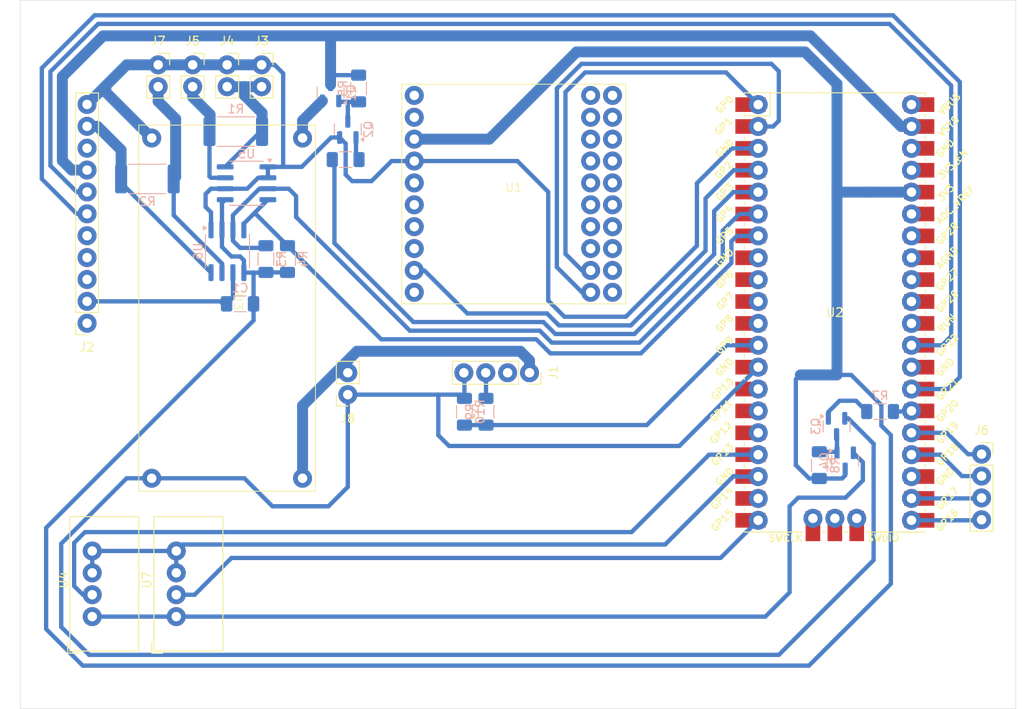
<source format=kicad_pcb>
(kicad_pcb (version 20240108) (generator "pcbnew") (generator_version "8.0")
  (layers (0 "F.Cu" signal) (31 "B.Cu" signal) (34 "B.Paste" user) (35 "F.Paste" user) (36 "B.SilkS" user "B.Silkscreen") (37 "F.SilkS" user "F.Silkscreen") (38 "B.Mask" user) (39 "F.Mask" user) (44 "Edge.Cuts" user))
  (net 0 "")
  (net 3 "Net-(Q3-C)")
  (net 5 "Net-(Q3-B)")
  (net 44 "+3V3")
  (net 45 "+5V")
  (net 46 "/GPS_TX")
  (net 47 "Net-(J1-TX)")
  (net 48 "/CHARGER_PGOOD")
  (net 49 "+BATT")
  (net 50 "/CHARGER_CHG")
  (net 51 "/CHARGER_LIPO")
  (net 52 "/SOLAR_V+")
  (net 53 "/CHARGER_V+")
  (net 54 "/RPI_MOSI")
  (net 55 "/RPI_SCK")
  (net 56 "/RPI_MISO")
  (net 57 "GND")
  (net 58 "/RPI_CS")
  (net 59 "/BATTERY+")
  (net 60 "+3V3_SENSOR")
  (net 61 "/NB-IOT_TX")
  (net 62 "/NB-IOT_RST")
  (net 63 "/NB-IOT_RX")
  (net 64 "Net-(Q1-S)")
  (net 65 "Net-(Q1-G)")
  (net 66 "Net-(Q2-B)")
  (net 67 "/SDA")
  (net 68 "/5V_CONTROL")
  (net 69 "/SCL")
  (net 70 "/DHT_1")
  (net 71 "/DHT_2")
  (net 72 "/3V3_SENSOR_CONTROL")
  (footprint "Sensor:ASAIR_AM2302_P2.54mm_Vertical" (layer "F.Cu") (at -107.15 -10.69 90)
    (property "Reference" "U4")
    (property "Value" "DHT22")
  )
  (footprint "Connector_PinSocket_2.54mm:PinSocket_1x02_P2.54mm_Vertical" (layer "F.Cu") (at -87.5 -74.75)
    (property "Reference" "J3")
    (property "Value" "Solar_panel")
  )
  (footprint "Connector_PinSocket_2.54mm:PinSocket_1x11_P2.54mm_Vertical" (layer "F.Cu") (at -107.75 -44.75 180)
    (property "Reference" "J2")
    (property "Value" "Adafruit Charge Controller")
  )
  (footprint "MCU_RaspberryPi_and_Boards:RPi_Pico_SMD_TH" (layer "F.Cu") (at -21 -46)
    (property "Reference" "U2")
    (property "Value" "Pico")
  )
  (footprint "Connector_PinSocket_2.54mm:PinSocket_1x02_P2.54mm_Vertical" (layer "F.Cu") (at -99.5 -74.75)
    (property "Reference" "J7")
    (property "Value" "Battery")
  )
  (footprint "Connector_PinSocket_2.54mm:PinSocket_1x02_P2.54mm_Vertical" (layer "F.Cu") (at -91.5 -74.75)
    (property "Reference" "J4")
    (property "Value" "Solar_panel")
  )
  (footprint "Connector_PinSocket_2.54mm:PinSocket_1x02_P2.54mm_Vertical" (layer "F.Cu") (at -77.5 -36.46 180)
    (property "Reference" "J8")
    (property "Value" "RPi power")
  )
  (footprint "Connector_PinSocket_2.54mm:PinSocket_1x02_P2.54mm_Vertical" (layer "F.Cu") (at -95.5 -74.75)
    (property "Reference" "J5")
    (property "Value" "Solar_charger")
  )
  (footprint "Custom_Components:NB-IOT-BC660" (layer "F.Cu") (at -58.25 -60)
    (property "Reference" "U1")
    (property "Value" "NB-IOT-BC660")
  )
  (footprint "Connector_PinSocket_2.54mm:PinSocket_1x04_P2.54mm_Vertical" (layer "F.Cu") (at -56.42 -39 -90)
    (property "Reference" "J1")
    (property "Value" "GY-GPS6MV2" (hide yes))
  )
  (footprint "Connector_PinSocket_2.54mm:PinSocket_1x04_P2.54mm_Vertical" (layer "F.Cu") (at -3.975 -29.55)
    (property "Reference" "J6")
    (property "Value" "Raspberry Pi")
  )
  (footprint "Sensor:ASAIR_AM2302_P2.54mm_Vertical" (layer "F.Cu") (at -97.4 -10.69 90)
    (property "Reference" "U7")
    (property "Value" "DHT22")
  )
  (footprint "Custom_Components:XL6009_DC-DC" (layer "F.Cu") (at -90.75 -47.25 -90)
    (property "Reference" "U3")
    (property "Value" "XL6009_DC-DC")
  )
  (footprint "Resistor_SMD:R_1206_3216Metric_Pad1.30x1.75mm_HandSolder" (layer "B.Cu") (at -61.47 -34.475 -90)
    (property "Reference" "R9")
    (property "Value" "5k1")
  )
  (footprint "Package_TO_SOT_SMD:SOT-23" (layer "B.Cu") (at -19.8 -28.775 -90)
    (property "Reference" "Q4")
    (property "Value" "Si2319CDS")
  )
  (footprint "Package_TO_SOT_SMD:SOT-23" (layer "B.Cu") (at -79.5 -71.5 90)
    (property "Reference" "Q1")
    (property "Value" "Si2319CDS")
  )
  (footprint "Resistor_SMD:R_2512_6332Metric_Pad1.40x3.35mm_HandSolder" (layer "B.Cu") (at -90.5 -67 180)
    (property "Reference" "R1")
    (property "Value" "100m")
  )
  (footprint "Capacitor_SMD:C_1206_3216Metric_Pad1.33x1.80mm_HandSolder" (layer "B.Cu") (at -90 -47 180)
    (property "Reference" "C1")
    (property "Value" "100nF")
  )
  (footprint "Resistor_SMD:R_1206_3216Metric_Pad1.30x1.75mm_HandSolder" (layer "B.Cu") (at -15.75 -34.5 180)
    (property "Reference" "R7")
    (property "Value" "1k")
  )
  (footprint "Package_TO_SOT_SMD:SOT-23" (layer "B.Cu") (at -77.5 -67.25 90)
    (property "Reference" "Q2")
    (property "Value" "MMBT2222A")
  )
  (footprint "Resistor_SMD:R_1206_3216Metric_Pad1.30x1.75mm_HandSolder" (layer "B.Cu") (at -87 -52.2 90)
    (property "Reference" "R3")
    (property "Value" "10k")
  )
  (footprint "Resistor_SMD:R_1206_3216Metric_Pad1.30x1.75mm_HandSolder" (layer "B.Cu") (at -63.97 -34.475 90)
    (property "Reference" "R10")
    (property "Value" "10k")
  )
  (footprint "Resistor_SMD:R_1206_3216Metric_Pad1.30x1.75mm_HandSolder" (layer "B.Cu") (at -22.8 -28.275 90)
    (property "Reference" "R8")
    (property "Value" "10k")
  )
  (footprint "Resistor_SMD:R_2512_6332Metric_Pad1.40x3.35mm_HandSolder" (layer "B.Cu") (at -100.75 -61.5)
    (property "Reference" "R2")
    (property "Value" "100m")
  )
  (footprint "Resistor_SMD:R_1206_3216Metric_Pad1.30x1.75mm_HandSolder" (layer "B.Cu") (at -77.75 -63.75)
    (property "Reference" "R6" (hide yes))
    (property "Value" "1k")
  )
  (footprint "Package_TO_SOT_SMD:SOT-23" (layer "B.Cu") (at -20.8 -32.775 -90)
    (property "Reference" "Q3")
    (property "Value" "MMBT2222A")
  )
  (footprint "Package_SO:SOIC-8_3.9x4.9mm_P1.27mm" (layer "B.Cu") (at -91.465 -53.1 -90)
    (property "Reference" "U6")
    (property "Value" "INA219AxD")
  )
  (footprint "Resistor_SMD:R_1206_3216Metric_Pad1.30x1.75mm_HandSolder" (layer "B.Cu") (at -84.5 -52.2 90)
    (property "Reference" "R4")
    (property "Value" "10k")
  )
  (footprint "Resistor_SMD:R_1206_3216Metric_Pad1.30x1.75mm_HandSolder" (layer "B.Cu") (at -76.25 -72 -90)
    (property "Reference" "R5")
    (property "Value" "10k")
  )
  (footprint "Package_SO:SOIC-8_3.9x4.9mm_P1.27mm" (layer "B.Cu") (at -89.25 -61 180)
    (property "Reference" "U5")
    (property "Value" "INA219AxD")
  )
  (gr_rect (start -115.5 -82.25) (end 0 0) (stroke (width 0.05)) (fill none) (layer "Edge.Cuts"))
  (segment (start -22.8 -29.825) (end -20.8625 -29.825) (width 0.5) (layer "B.Cu") (net 3))
  (segment (start -20.8625 -29.825) (end -20.75 -29.7125) (width 0.5) (layer "B.Cu") (net 3))
  (segment (start -20.75 -29.7125) (end -20.75 -31.7875) (width 0.5) (layer "B.Cu") (net 3))
  (segment (start -20.75 -31.7875) (end -20.8 -31.8375) (width 0.5) (layer "B.Cu") (net 3))
  (segment (start -20.449999 -35.75) (end -21.75 -34.449999) (width 0.5) (layer "B.Cu") (net 5))
  (segment (start -17.3 -34.5) (end -18.55 -35.75) (width 0.5) (layer "B.Cu") (net 5))
  (segment (start -21.75 -34.449999) (end -21.75 -33.7125) (width 0.5) (layer "B.Cu") (net 5))
  (segment (start -18.55 -35.75) (end -20.449999 -35.75) (width 0.5) (layer "B.Cu") (net 5))
  (segment (start -88.4375 -45.0625) (end -88.4375 -47) (width 0.5) (layer "B.Cu") (net 44))
  (segment (start -19.8 -27.8375) (end -19.8 -27.0875) (width 0.5) (layer "B.Cu") (net 44))
  (segment (start -89.56 -50.625) (end -88.5 -50.625) (width 0.5) (layer "B.Cu") (net 44))
  (segment (start -90 -52.5) (end -89.56 -52.06) (width 0.5) (layer "B.Cu") (net 44))
  (segment (start -20.75 -72.524761) (end -20.75 -59.97) (width 1.27) (layer "B.Cu") (net 44))
  (segment (start -22.8 -26.725) (end -23.975 -26.725) (width 0.5) (layer "B.Cu") (net 44))
  (segment (start -92.1 -58.72) (end -91.725 -59.095) (width 0.5) (layer "B.Cu") (net 44))
  (segment (start -20.75 -38.75) (end -20.75 -59.97) (width 1.27) (layer "B.Cu") (net 44))
  (segment (start -87.025 -50.625) (end -87 -50.65) (width 0.5) (layer "B.Cu") (net 44))
  (segment (start -19.103858 -38.75) (end -15.6 -35.246142) (width 0.5) (layer "B.Cu") (net 44))
  (segment (start -19.8 -27.0875) (end -20.1625 -26.725) (width 0.5) (layer "B.Cu") (net 44))
  (segment (start -20.1625 -26.725) (end -22.8 -26.725) (width 0.5) (layer "B.Cu") (net 44))
  (segment (start -89.56 -52.06) (end -89.56 -50.625) (width 0.5) (layer "B.Cu") (net 44))
  (segment (start -23.975 -26.725) (end -25.525 -28.275) (width 0.5) (layer "B.Cu") (net 44))
  (segment (start -108.25 -5) (end -112.5 -9.25) (width 0.5) (layer "B.Cu") (net 44))
  (segment (start -20.75 -59.97) (end -16.75 -59.97) (width 1.27) (layer "B.Cu") (net 44))
  (segment (start -14.5 -31.75) (end -14.5 -14.5) (width 0.5) (layer "B.Cu") (net 44))
  (segment (start -91 -52.5) (end -90 -52.5) (width 0.5) (layer "B.Cu") (net 44))
  (segment (start -92.1 -55.575) (end -92.1 -53.6) (width 0.5) (layer "B.Cu") (net 44))
  (segment (start -25.525 -38.225) (end -25 -38.75) (width 0.5) (layer "B.Cu") (net 44))
  (segment (start -88.4375 -47) (end -88.4375 -50.5625) (width 0.5) (layer "B.Cu") (net 44))
  (segment (start -88.4375 -50.5625) (end -88.5 -50.625) (width 0.5) (layer "B.Cu") (net 44))
  (segment (start -25.525 -28.275) (end -25.525 -38.225) (width 0.5) (layer "B.Cu") (net 44))
  (segment (start -15.6 -35.246142) (end -15.6 -32.85) (width 0.5) (layer "B.Cu") (net 44))
  (segment (start -15.6 -32.85) (end -14.5 -31.75) (width 0.5) (layer "B.Cu") (net 44))
  (segment (start -92.1 -55.575) (end -92.1 -58.72) (width 0.5) (layer "B.Cu") (net 44))
  (segment (start -20.75 -38.75) (end -25 -38.75) (width 1.27) (layer "B.Cu") (net 44))
  (segment (start -16.75 -59.97) (end -12.11 -59.97) (width 1.27) (layer "B.Cu") (net 44))
  (segment (start -24 -5) (end -108.25 -5) (width 0.5) (layer "B.Cu") (net 44))
  (segment (start -61.088686 -66.12) (end -50.958686 -76.25) (width 1.27) (layer "B.Cu") (net 44))
  (segment (start -24.475239 -76.25) (end -20.75 -72.524761) (width 1.27) (layer "B.Cu") (net 44))
  (segment (start -20.75 -38.75) (end -19.103858 -38.75) (width 0.5) (layer "B.Cu") (net 44))
  (segment (start -88.5 -50.625) (end -87.025 -50.625) (width 0.5) (layer "B.Cu") (net 44))
  (segment (start -87 -50.65) (end -84.5 -50.65) (width 0.5) (layer "B.Cu") (net 44))
  (segment (start -112.5 -9.25) (end -112.5 -21) (width 0.5) (layer "B.Cu") (net 44))
  (segment (start -14.5 -14.5) (end -24 -5) (width 0.5) (layer "B.Cu") (net 44))
  (segment (start -92.1 -53.6) (end -91 -52.5) (width 0.5) (layer "B.Cu") (net 44))
  (segment (start -69.79 -66.12) (end -61.088686 -66.12) (width 1.27) (layer "B.Cu") (net 44))
  (segment (start -50.958686 -76.25) (end -24.475239 -76.25) (width 1.27) (layer "B.Cu") (net 44))
  (segment (start -112.5 -21) (end -88.4375 -45.0625) (width 0.5) (layer "B.Cu") (net 44))
  (segment (start -82.75 -26.75) (end -82.75 -35.18) (width 1.27) (layer "B.Cu") (net 45))
  (segment (start -82.75 -35.18) (end -78.93 -39) (width 1.27) (layer "B.Cu") (net 45))
  (segment (start -78.93 -39) (end -76.43 -41.5) (width 1.27) (layer "B.Cu") (net 45))
  (segment (start -56.42 -40.42) (end -56.42 -39) (width 1.27) (layer "B.Cu") (net 45))
  (segment (start -76.43 -41.5) (end -57.5 -41.5) (width 1.27) (layer "B.Cu") (net 45))
  (segment (start -57.5 -41.5) (end -56.42 -40.42) (width 1.27) (layer "B.Cu") (net 45))
  (segment (start -78.93 -39) (end -77.5 -39) (width 1.27) (layer "B.Cu") (net 45))
  (segment (start -62.72 -32.925) (end -63.97 -32.925) (width 0.5) (layer "B.Cu") (net 46))
  (segment (start -61.47 -32.925) (end -62.72 -32.925) (width 0.5) (layer "B.Cu") (net 46))
  (segment (start -61.47 -32.925) (end -42.825 -32.925) (width 0.5) (layer "B.Cu") (net 46))
  (segment (start -42.825 -32.925) (end -33.56 -42.19) (width 0.5) (layer "B.Cu") (net 46))
  (segment (start -33.56 -42.19) (end -29.89 -42.19) (width 0.5) (layer "B.Cu") (net 46))
  (segment (start -61.47 -38.97) (end -61.5 -39) (width 0.5) (layer "B.Cu") (net 47))
  (segment (start -61.5 -36.055) (end -61.47 -36.025) (width 0.5) (layer "B.Cu") (net 47))
  (segment (start -61.47 -36.025) (end -61.47 -38.97) (width 0.5) (layer "B.Cu") (net 47))
  (segment (start -108.952081 -57.45) (end -113 -61.497919) (width 0.5) (layer "B.Cu") (net 48))
  (segment (start -113.000001 -74.372899) (end -106.8729 -80.5) (width 0.5) (layer "B.Cu") (net 48))
  (segment (start -107.75 -57.45) (end -108.952081 -57.45) (width 0.5) (layer "B.Cu") (net 48))
  (segment (start -106.8729 -80.5) (end -14.25 -80.5) (width 0.5) (layer "B.Cu") (net 48))
  (segment (start -113 -61.497919) (end -113.000001 -73.544473) (width 0.5) (layer "B.Cu") (net 48))
  (segment (start -14.25 -80.5) (end -6.5 -72.75) (width 0.5) (layer "B.Cu") (net 48))
  (segment (start -7.89 -37.11) (end -12.11 -37.11) (width 0.5) (layer "B.Cu") (net 48))
  (segment (start -6.5 -38.5) (end -7.89 -37.11) (width 0.5) (layer "B.Cu") (net 48))
  (segment (start -6.5 -72.75) (end -6.5 -38.5) (width 0.5) (layer "B.Cu") (net 48))
  (segment (start -113.000001 -73.544473) (end -113.000001 -74.372899) (width 0.5) (layer "B.Cu") (net 48))
  (segment (start -23.837081 -78.115) (end -79.5 -78.115) (width 1.27) (layer "B.Cu") (net 49))
  (segment (start -109.53 -62.53) (end -107.75 -62.53) (width 1.27) (layer "B.Cu") (net 49))
  (segment (start -110.615 -73.385) (end -110.615 -63.615) (width 1.27) (layer "B.Cu") (net 49))
  (segment (start -76.25 -73.55) (end -79.45 -73.55) (width 0.5) (layer "B.Cu") (net 49))
  (segment (start -79.5 -73.5) (end -79.5 -78.115) (width 1.27) (layer "B.Cu") (net 49))
  (segment (start -105.885 -78.115) (end -110.615 -73.385) (width 1.27) (layer "B.Cu") (net 49))
  (segment (start -12.11 -67.59) (end -13.312081 -67.59) (width 1.27) (layer "B.Cu") (net 49))
  (segment (start -110.615 -63.615) (end -109.53 -62.53) (width 1.27) (layer "B.Cu") (net 49))
  (segment (start -79.45 -73.55) (end -79.5 -73.5) (width 0.5) (layer "B.Cu") (net 49))
  (segment (start -13.312081 -67.59) (end -23.837081 -78.115) (width 1.27) (layer "B.Cu") (net 49))
  (segment (start -79.5 -78.115) (end -105.885 -78.115) (width 1.27) (layer "B.Cu") (net 49))
  (segment (start -79.5 -73.5) (end -79.5 -72.4375) (width 1.27) (layer "B.Cu") (net 49))
  (segment (start -112 -73.958686) (end -106.458686 -79.5) (width 0.5) (layer "B.Cu") (net 50))
  (segment (start -7.5 -72.335786) (end -7.5 -43.25) (width 0.5) (layer "B.Cu") (net 50))
  (segment (start -107.75 -59.99) (end -108.952081 -59.99) (width 0.5) (layer "B.Cu") (net 50))
  (segment (start -14.664214 -79.5) (end -7.5 -72.335786) (width 0.5) (layer "B.Cu") (net 50))
  (segment (start -8.56 -42.19) (end -12.11 -42.19) (width 0.5) (layer "B.Cu") (net 50))
  (segment (start -107.75 -59.99) (end -107.74 -59.99) (width 0.5) (layer "B.Cu") (net 50))
  (segment (start -7.5 -43.25) (end -8.56 -42.19) (width 0.5) (layer "B.Cu") (net 50))
  (segment (start -112 -63.037919) (end -112 -73.958686) (width 0.5) (layer "B.Cu") (net 50))
  (segment (start -106.458686 -79.5) (end -14.664214 -79.5) (width 0.5) (layer "B.Cu") (net 50))
  (segment (start -108.952081 -59.99) (end -112 -63.037919) (width 0.5) (layer "B.Cu") (net 50))
  (segment (start -103.8 -61.055) (end -103.8 -61.5) (width 0.5) (layer "B.Cu") (net 51))
  (segment (start -93.37 -50.625) (end -103.8 -61.055) (width 0.5) (layer "B.Cu") (net 51))
  (segment (start -106.547919 -67.61) (end -103.8 -64.862081) (width 1.27) (layer "B.Cu") (net 51))
  (segment (start -107.75 -67.61) (end -106.547919 -67.61) (width 1.27) (layer "B.Cu") (net 51))
  (segment (start -103.8 -64.862081) (end -103.8 -61.5) (width 1.27) (layer "B.Cu") (net 51))
  (segment (start -89.525 -71.25) (end -89.475 -71.2) (width 1.27) (layer "B.Cu") (net 52))
  (segment (start -87.45 -69.175) (end -87.45 -67) (width 1.27) (layer "B.Cu") (net 52))
  (segment (start -87.63 -67) (end -87.45 -67) (width 0.5) (layer "B.Cu") (net 52))
  (segment (start -89.525 -72.21) (end -89.525 -71.25) (width 1.27) (layer "B.Cu") (net 52))
  (segment (start -91.725 -62.905) (end -87.63 -67) (width 0.5) (layer "B.Cu") (net 52))
  (segment (start -87.5 -72.21) (end -89.525 -72.21) (width 1.27) (layer "B.Cu") (net 52))
  (segment (start -89.475 -71.2) (end -87.45 -69.175) (width 1.27) (layer "B.Cu") (net 52))
  (segment (start -89.525 -72.21) (end -91.5 -72.21) (width 1.27) (layer "B.Cu") (net 52))
  (segment (start -93.55 -61.8) (end -93.55 -67) (width 0.5) (layer "B.Cu") (net 53))
  (segment (start -93.385 -61.635) (end -93.55 -61.8) (width 0.5) (layer "B.Cu") (net 53))
  (segment (start -95.5 -72.21) (end -95.5 -71) (width 1.27) (layer "B.Cu") (net 53))
  (segment (start -91.725 -61.635) (end -93.385 -61.635) (width 0.5) (layer "B.Cu") (net 53))
  (segment (start -95.5 -71) (end -93.475 -68.975) (width 1.27) (layer "B.Cu") (net 53))
  (segment (start -93.475 -68.975) (end -93.475 -67.925) (width 1.27) (layer "B.Cu") (net 53))
  (segment (start -5.54 -29.54) (end -4.25 -29.54) (width 0.5) (layer "B.Cu") (net 54))
  (segment (start -12.11 -32.03) (end -8.03 -32.03) (width 0.5) (layer "B.Cu") (net 54))
  (segment (start -8.03 -32.03) (end -5.54 -29.54) (width 0.5) (layer "B.Cu") (net 54))
  (segment (start -6.25 -27) (end -4.25 -27) (width 0.5) (layer "B.Cu") (net 55))
  (segment (start -12.11 -29.49) (end -8.74 -29.49) (width 0.5) (layer "B.Cu") (net 55))
  (segment (start -8.74 -29.49) (end -6.25 -27) (width 0.5) (layer "B.Cu") (net 55))
  (segment (start -12.11 -21.87) (end -4.3 -21.87) (width 0.5) (layer "B.Cu") (net 56))
  (segment (start -4.3 -21.87) (end -4.25 -21.92) (width 0.5) (layer "B.Cu") (net 56))
  (segment (start -93.385 -60.365) (end -91.725 -60.365) (width 0.5) (layer "B.Cu") (net 57))
  (segment (start -87.901162 -61.635) (end -86.775 -61.635) (width 0.5) (layer "B.Cu") (net 57))
  (segment (start -67 -36.46) (end -64.405 -36.46) (width 0.5) (layer "B.Cu") (net 57))
  (segment (start -91.725 -60.365) (end -89.171162 -60.365) (width 0.5) (layer "B.Cu") (net 57))
  (segment (start -91.5625 -47) (end -92 -47) (width 0.5) (layer "B.Cu") (net 57))
  (segment (start -37 -61) (end -32.95 -65.05) (width 0.5) (layer "B.Cu") (net 57))
  (segment (start -40.69 -19.06) (end -32.75 -27) (width 0.5) (layer "B.Cu") (net 57))
  (segment (start -93.37 -57.62) (end -94 -58.25) (width 0.5) (layer "B.Cu") (net 57))
  (segment (start -64.405 -36.46) (end -63.97 -36.025) (width 0.5) (layer "B.Cu") (net 57))
  (segment (start -69.79 -63.58) (end -57.83 -63.58) (width 0.5) (layer "B.Cu") (net 57))
  (segment (start -87.5 -74.75) (end -91.5 -74.75) (width 1.27) (layer "B.Cu") (net 57))
  (segment (start -78.45 -66.3125) (end -77.75 -65.6125) (width 0.5) (layer "B.Cu") (net 57))
  (segment (start -96.65 -19.06) (end -40.69 -19.06) (width 0.5) (layer "B.Cu") (net 57))
  (segment (start -54.25 -60) (end -54.25 -47.375) (width 0.5) (layer "B.Cu") (net 57))
  (segment (start -92 -47) (end -92.29 -47.29) (width 0.5) (layer "B.Cu") (net 57))
  (segment (start -77 -61.25) (end -74.75 -61.25) (width 0.5) (layer "B.Cu") (net 57))
  (segment (start -90.83 -50.625) (end -90.83 -47.7325) (width 0.5) (layer "B.Cu") (net 57))
  (segment (start -85 -73.75) (end -86 -74.75) (width 0.5) (layer "B.Cu") (net 57))
  (segment (start -86.775 -62.905) (end -85.25 -62.905) (width 0.5) (layer "B.Cu") (net 57))
  (segment (start -105.575 -72.325) (end -107.75 -70.15) (width 1.27) (layer "B.Cu") (net 57))
  (segment (start -65.75 -30.5) (end -67 -31.75) (width 0.5) (layer "B.Cu") (net 57))
  (segment (start -32.45 -26.95) (end -29.89 -26.95) (width 0.5) (layer "B.Cu") (net 57))
  (segment (start -39.04 -30.5) (end -65.75 -30.5) (width 0.5) (layer "B.Cu") (net 57))
  (segment (start -37 -53.75) (end -37 -61) (width 0.5) (layer "B.Cu") (net 57))
  (segment (start -77.5 -25.75) (end -77.5 -36.46) (width 0.5) (layer "B.Cu") (net 57))
  (segment (start -45.25 -45.5) (end -37 -53.75) (width 0.5) (layer "B.Cu") (net 57))
  (segment (start -97.4 -15.77) (end -97.4 -18.31) (width 0.5) (layer "B.Cu") (net 57))
  (segment (start -32.75 -27) (end -32.5 -27) (width 0.5) (layer "B.Cu") (net 57))
  (segment (start -92.29 -47.29) (end -107.75 -47.29) (width 0.5) (layer "B.Cu") (net 57))
  (segment (start -77.75 -65.6125) (end -77.75 -62) (width 0.5) (layer "B.Cu") (net 57))
  (segment (start -16.75 -31) (end -16.5 -30.75) (width 0.5) (layer "B.Cu") (net 57))
  (segment (start -110.75 -19.164214) (end -110.75 -9.5) (width 0.5) (layer "B.Cu") (net 57))
  (segment (start -99.5 -74.75) (end -103.15 -74.75) (width 1.27) (layer "B.Cu") (net 57))
  (segment (start -77.5 -36.46) (end -67 -36.46) (width 0.5) (layer "B.Cu") (net 57))
  (segment (start -86.775 -61.635) (end -86.775 -62.905) (width 0.5) (layer "B.Cu") (net 57))
  (segment (start -91.5 -74.75) (end -95.5 -74.75) (width 1.27) (layer "B.Cu") (net 57))
  (segment (start -103.164214 -26.75) (end -110.75 -19.164214) (width 0.5) (layer "B.Cu") (net 57))
  (segment (start -100.25 -26.75) (end -89.5 -26.75) (width 0.5) (layer "B.Cu") (net 57))
  (segment (start -86.25 -23.5) (end -79.75 -23.5) (width 0.5) (layer "B.Cu") (net 57))
  (segment (start -72.42 -63.58) (end -69.79 -63.58) (width 0.5) (layer "B.Cu") (net 57))
  (segment (start -29.89 -39.65) (end -39.04 -30.5) (width 0.5) (layer "B.Cu") (net 57))
  (segment (start -77.75 -62) (end -77 -61.25) (width 0.5) (layer "B.Cu") (net 57))
  (segment (start -79.4375 -66.3125) (end -78.45 -66.3125) (width 0.5) (layer "B.Cu") (net 57))
  (segment (start -94 -59.75) (end -93.385 -60.365) (width 0.5) (layer "B.Cu") (net 57))
  (segment (start -100.25 -26.75) (end -103.164214 -26.75) (width 0.5) (layer "B.Cu") (net 57))
  (segment (start -19.4625 -33.7125) (end -19.85 -33.7125) (width 0.5) (layer "B.Cu") (net 57))
  (segment (start -93.37 -55.575) (end -93.37 -57.62) (width 0.5) (layer "B.Cu") (net 57))
  (segment (start -82.845 -62.905) (end -79.4375 -66.3125) (width 0.5) (layer "B.Cu") (net 57))
  (segment (start -90.83 -47.7325) (end -91.5625 -47) (width 0.5) (layer "B.Cu") (net 57))
  (segment (start -32.5 -27) (end -32.45 -26.95) (width 0.5) (layer "B.Cu") (net 57))
  (segment (start -32.95 -65.05) (end -29.89 -65.05) (width 0.5) (layer "B.Cu") (net 57))
  (segment (start -107.15 -15.77) (end -107.15 -18.31) (width 0.5) (layer "B.Cu") (net 57))
  (segment (start -105.575 -72.325) (end -105.575 -71.575) (width 1.27) (layer "B.Cu") (net 57))
  (segment (start -107.5 -6.25) (end -27.5 -6.25) (width 0.5) (layer "B.Cu") (net 57))
  (segment (start -105.575 -71.575) (end -100.25 -66.25) (width 1.27) (layer "B.Cu") (net 57))
  (segment (start -107.15 -18.31) (end -97.4 -18.31) (width 0.5) (layer "B.Cu") (net 57))
  (segment (start -95.5 -74.75) (end -99.5 -74.75) (width 1.27) (layer "B.Cu") (net 57))
  (segment (start -54.25 -47.375) (end -52.375 -45.5) (width 0.5) (layer "B.Cu") (net 57))
  (segment (start -63.97 -36.025) (end -63.97 -38.93) (width 0.5) (layer "B.Cu") (net 57))
  (segment (start -27.5 -6.25) (end -16.5 -17.25) (width 0.5) (layer "B.Cu") (net 57))
  (segment (start -89.5 -26.75) (end -86.25 -23.5) (width 0.5) (layer "B.Cu") (net 57))
  (segment (start -74.75 -61.25) (end -72.42 -63.58) (width 0.5) (layer "B.Cu") (net 57))
  (segment (start -86 -74.75) (end -87.5 -74.75) (width 0.5) (layer "B.Cu") (net 57))
  (segment (start -57.83 -63.58) (end -54.25 -60) (width 0.5) (layer "B.Cu") (net 57))
  (segment (start -94 -58.25) (end -94 -59.75) (width 0.5) (layer "B.Cu") (net 57))
  (segment (start -85.25 -62.905) (end -82.845 -62.905) (width 0.5) (layer "B.Cu") (net 57))
  (segment (start -67 -31.75) (end -67 -36.46) (width 0.5) (layer "B.Cu") (net 57))
  (segment (start -97.4 -18.31) (end -96.65 -19.06) (width 0.5) (layer "B.Cu") (net 57))
  (segment (start -79.75 -23.5) (end -77.5 -25.75) (width 0.5) (layer "B.Cu") (net 57))
  (segment (start -85 -63.155) (end -85 -73.75) (width 0.5) (layer "B.Cu") (net 57))
  (segment (start -89.171162 -60.365) (end -87.901162 -61.635) (width 0.5) (layer "B.Cu") (net 57))
  (segment (start -110.75 -9.5) (end -107.5 -6.25) (width 0.5) (layer "B.Cu") (net 57))
  (segment (start -52.375 -45.5) (end -45.25 -45.5) (width 0.5) (layer "B.Cu") (net 57))
  (segment (start -16.5 -30.75) (end -19.4625 -33.7125) (width 0.5) (layer "B.Cu") (net 57))
  (segment (start -16.5 -17.25) (end -16.5 -30.75) (width 0.5) (layer "B.Cu") (net 57))
  (segment (start -63.97 -38.93) (end -64.04 -39) (width 0.5) (layer "B.Cu") (net 57))
  (segment (start -103.15 -74.75) (end -105.575 -72.325) (width 1.27) (layer "B.Cu") (net 57))
  (segment (start -4.3 -24.41) (end -4.25 -24.46) (width 0.5) (layer "B.Cu") (net 58))
  (segment (start -12.11 -24.41) (end -4.3 -24.41) (width 0.5) (layer "B.Cu") (net 58))
  (segment (start -97.475 -68.475) (end -97.475 -61.725) (width 1.27) (layer "B.Cu") (net 59))
  (segment (start -92.1 -50.625) (end -92.1 -51.685786) (width 0.5) (layer "B.Cu") (net 59))
  (segment (start -92.1 -51.685786) (end -97.7 -57.285786) (width 0.5) (layer "B.Cu") (net 59))
  (segment (start -99.5 -70.5) (end -99.5 -72.21) (width 1.27) (layer "B.Cu") (net 59))
  (segment (start -99.5 -70.5) (end -97.475 -68.475) (width 1.27) (layer "B.Cu") (net 59))
  (segment (start -97.475 -61.725) (end -97.7 -61.5) (width 1.27) (layer "B.Cu") (net 59))
  (segment (start -97.7 -57.285786) (end -97.7 -61.5) (width 0.5) (layer "B.Cu") (net 59))
  (segment (start -107.15 -10.69) (end -97.4 -10.69) (width 0.5) (layer "B.Cu") (net 60))
  (segment (start -17.75 -26.5) (end -19.75 -24.5) (width 0.5) (layer "B.Cu") (net 60))
  (segment (start -26.25 -23.5) (end -26.25 -13.5) (width 0.5) (layer "B.Cu") (net 60))
  (segment (start -26.25 -13.5) (end -29.06 -10.69) (width 0.5) (layer "B.Cu") (net 60))
  (segment (start -25.25 -24.5) (end -26.25 -23.5) (width 0.5) (layer "B.Cu") (net 60))
  (segment (start -29.06 -10.69) (end -97.4 -10.69) (width 0.5) (layer "B.Cu") (net 60))
  (segment (start -19.75 -24.5) (end -25.25 -24.5) (width 0.5) (layer "B.Cu") (net 60))
  (segment (start -17.75 -28.6125) (end -17.75 -26.5) (width 0.5) (layer "B.Cu") (net 60))
  (segment (start -18.85 -29.7125) (end -17.75 -28.6125) (width 0.5) (layer "B.Cu") (net 60))
  (segment (start -50.385 -74.865) (end -28.365 -74.865) (width 0.5) (layer "B.Cu") (net 61))
  (segment (start -28.365 -74.865) (end -27.5 -74) (width 0.5) (layer "B.Cu") (net 61))
  (segment (start -53.25 -72) (end -50.385 -74.865) (width 0.5) (layer "B.Cu") (net 61))
  (segment (start -27.5 -68.25) (end -28.16 -67.59) (width 0.5) (layer "B.Cu") (net 61))
  (segment (start -50.33 -48.34) (end -53.25 -51.26) (width 0.5) (layer "B.Cu") (net 61))
  (segment (start -53.25 -51.26) (end -53.25 -72) (width 0.5) (layer "B.Cu") (net 61))
  (segment (start -27.5 -74) (end -27.5 -68.25) (width 0.5) (layer "B.Cu") (net 61))
  (segment (start -28.16 -67.59) (end -29.89 -67.59) (width 0.5) (layer "B.Cu") (net 61))
  (segment (start -49.33 -48.34) (end -50.33 -48.34) (width 0.5) (layer "B.Cu") (net 61))
  (segment (start -63.635 -45.885) (end -54.392358 -45.885) (width 0.5) (layer "B.Cu") (net 62))
  (segment (start -44.664214 -44.5) (end -36 -53.164214) (width 0.5) (layer "B.Cu") (net 62))
  (segment (start -32.74 -62.51) (end -29.89 -62.51) (width 0.5) (layer "B.Cu") (net 62))
  (segment (start -54.392358 -45.885) (end -53.007358 -44.5) (width 0.5) (layer "B.Cu") (net 62))
  (segment (start -69.79 -50.88) (end -68.63 -50.88) (width 0.5) (layer "B.Cu") (net 62))
  (segment (start -68.63 -50.88) (end -63.635 -45.885) (width 0.5) (layer "B.Cu") (net 62))
  (segment (start -36 -59.25) (end -32.74 -62.51) (width 0.5) (layer "B.Cu") (net 62))
  (segment (start -53.007358 -44.5) (end -44.664214 -44.5) (width 0.5) (layer "B.Cu") (net 62))
  (segment (start -36 -53.164214) (end -36 -59.25) (width 0.5) (layer "B.Cu") (net 62))
  (segment (start -49.33 -50.88) (end -50.33 -50.88) (width 0.5) (layer "B.Cu") (net 63))
  (segment (start -52.25 -52.8) (end -52.25 -71.585786) (width 0.5) (layer "B.Cu") (net 63))
  (segment (start -50.33 -50.88) (end -52.25 -52.8) (width 0.5) (layer "B.Cu") (net 63))
  (segment (start -33.625 -73.865) (end -29.89 -70.13) (width 0.5) (layer "B.Cu") (net 63))
  (segment (start -52.25 -71.585786) (end -49.970786 -73.865) (width 0.5) (layer "B.Cu") (net 63))
  (segment (start -49.970786 -73.865) (end -33.625 -73.865) (width 0.5) (layer "B.Cu") (net 63))
  (segment (start -82.75 -68.2625) (end -80.45 -70.5625) (width 1.27) (layer "B.Cu") (net 64))
  (segment (start -82.75 -68.2625) (end -82.75 -66.25) (width 1.27) (layer "B.Cu") (net 64))
  (segment (start -77.5 -68.1875) (end -77.5 -70.45) (width 0.5) (layer "B.Cu") (net 65))
  (segment (start -78.4375 -70.45) (end -78.55 -70.5625) (width 0.5) (layer "B.Cu") (net 65))
  (segment (start -77.5 -70.45) (end -78.4375 -70.45) (width 0.5) (layer "B.Cu") (net 65))
  (segment (start -76.25 -70.45) (end -77.5 -70.45) (width 0.5) (layer "B.Cu") (net 65))
  (segment (start -76.55 -66.3125) (end -76.55 -64.35) (width 0.5) (layer "B.Cu") (net 66))
  (segment (start -76.55 -64.35) (end -75.95 -63.75) (width 0.5) (layer "B.Cu") (net 66))
  (segment (start -90.83 -55.575) (end -90.83 -54.33) (width 0.5) (layer "B.Cu") (net 67))
  (segment (start -87.756948 -60.365) (end -90.83 -57.291948) (width 0.5) (layer "B.Cu") (net 67))
  (segment (start -43.664214 -42.5) (end -53.835786 -42.5) (width 0.5) (layer "B.Cu") (net 67))
  (segment (start -83.5 -59.509214) (end -84.355786 -60.365) (width 0.5) (layer "B.Cu") (net 67))
  (segment (start -34 -55.5) (end -34 -52.164214) (width 0.5) (layer "B.Cu") (net 67))
  (segment (start -53.835786 -42.5) (end -55.220786 -43.885) (width 0.5) (layer "B.Cu") (net 67))
  (segment (start -83.5 -57.085786) (end -83.5 -59.509214) (width 0.5) (layer "B.Cu") (net 67))
  (segment (start -90 -53.5) (end -87.25 -53.5) (width 0.5) (layer "B.Cu") (net 67))
  (segment (start -55.220786 -43.885) (end -70.299214 -43.885) (width 0.5) (layer "B.Cu") (net 67))
  (segment (start -90.83 -54.33) (end -90 -53.5) (width 0.5) (layer "B.Cu") (net 67))
  (segment (start -29.89 -57.43) (end -32.07 -57.43) (width 0.5) (layer "B.Cu") (net 67))
  (segment (start -34 -52.164214) (end -43.664214 -42.5) (width 0.5) (layer "B.Cu") (net 67))
  (segment (start -32.07 -57.43) (end -34 -55.5) (width 0.5) (layer "B.Cu") (net 67))
  (segment (start -84.355786 -60.365) (end -86.775 -60.365) (width 0.5) (layer "B.Cu") (net 67))
  (segment (start -90.83 -57.291948) (end -90.83 -55.575) (width 0.5) (layer "B.Cu") (net 67))
  (segment (start -86.775 -60.365) (end -87.756948 -60.365) (width 0.5) (layer "B.Cu") (net 67))
  (segment (start -87.25 -53.5) (end -87 -53.75) (width 0.5) (layer "B.Cu") (net 67))
  (segment (start -70.299214 -43.885) (end -83.5 -57.085786) (width 0.5) (layer "B.Cu") (net 67))
  (segment (start -35 -57.75) (end -32.78 -59.97) (width 0.5) (layer "B.Cu") (net 68))
  (segment (start -79.05 -63.75) (end -79.05 -54.05) (width 0.5) (layer "B.Cu") (net 68))
  (segment (start -35 -52.75) (end -35 -57.75) (width 0.5) (layer "B.Cu") (net 68))
  (segment (start -44.25 -43.5) (end -35 -52.75) (width 0.5) (layer "B.Cu") (net 68))
  (segment (start -79.05 -54.05) (end -69.885 -44.885) (width 0.5) (layer "B.Cu") (net 68))
  (segment (start -29.89 -59.692742) (end -29.89 -59.75) (width 0.5) (layer "B.Cu") (net 68))
  (segment (start -54.806572 -44.885) (end -53.421572 -43.5) (width 0.5) (layer "B.Cu") (net 68))
  (segment (start -53.421572 -43.5) (end -44.25 -43.5) (width 0.5) (layer "B.Cu") (net 68))
  (segment (start -69.885 -44.885) (end -54.806572 -44.885) (width 0.5) (layer "B.Cu") (net 68))
  (segment (start -32.78 -59.97) (end -29.89 -59.97) (width 0.5) (layer "B.Cu") (net 68))
  (segment (start -32.36 -54.89) (end -33 -54.25) (width 0.5) (layer "B.Cu") (net 69))
  (segment (start -55.635 -42.885) (end -73.635 -42.885) (width 0.5) (layer "B.Cu") (net 69))
  (segment (start -33 -54.25) (end -33 -51.75) (width 0.5) (layer "B.Cu") (net 69))
  (segment (start -33 -51.75) (end -43.5 -41.25) (width 0.5) (layer "B.Cu") (net 69))
  (segment (start -43.5 -41.25) (end -54 -41.25) (width 0.5) (layer "B.Cu") (net 69))
  (segment (start -54 -41.25) (end -55.635 -42.885) (width 0.5) (layer "B.Cu") (net 69))
  (segment (start -73.635 -42.885) (end -84.5 -53.75) (width 0.5) (layer "B.Cu") (net 69))
  (segment (start -88.31 -57.56) (end -86.775 -59.095) (width 0.5) (layer "B.Cu") (net 69))
  (segment (start -88.31 -57.56) (end -84.5 -53.75) (width 0.5) (layer "B.Cu") (net 69))
  (segment (start -29.89 -54.89) (end -32.36 -54.89) (width 0.5) (layer "B.Cu") (net 69))
  (segment (start -89.56 -56.31) (end -88.31 -57.56) (width 0.5) (layer "B.Cu") (net 69))
  (segment (start -89.56 -55.575) (end -89.56 -56.31) (width 0.5) (layer "B.Cu") (net 69))
  (segment (start -108 -20.5) (end -109.25 -19.25) (width 0.5) (layer "B.Cu") (net 70))
  (segment (start -44.585786 -20.5) (end -108 -20.5) (width 0.5) (layer "B.Cu") (net 70))
  (segment (start -108.23 -13.23) (end -107.15 -13.23) (width 0.5) (layer "B.Cu") (net 70))
  (segment (start -109.25 -19.25) (end -109.25 -14.25) (width 0.5) (layer "B.Cu") (net 70))
  (segment (start -35.595786 -29.49) (end -44.585786 -20.5) (width 0.5) (layer "B.Cu") (net 70))
  (segment (start -29.89 -29.49) (end -35.595786 -29.49) (width 0.5) (layer "B.Cu") (net 70))
  (segment (start -109.25 -14.25) (end -108.23 -13.23) (width 0.5) (layer "B.Cu") (net 70))
  (segment (start -97.4 -13.23) (end -95.27 -13.23) (width 0.5) (layer "B.Cu") (net 71))
  (segment (start -34.26 -17.5) (end -29.89 -21.87) (width 0.5) (layer "B.Cu") (net 71))
  (segment (start -91 -17.5) (end -34.26 -17.5) (width 0.5) (layer "B.Cu") (net 71))
  (segment (start -95.27 -13.23) (end -91 -17.5) (width 0.5) (layer "B.Cu") (net 71))
  (segment (start -14.2 -34.5) (end -12.18 -34.5) (width 0.5) (layer "B.Cu") (net 72))
  (segment (start -12.18 -34.5) (end -12.11 -34.57) (width 0.5) (layer "B.Cu") (net 72))
)
</source>
